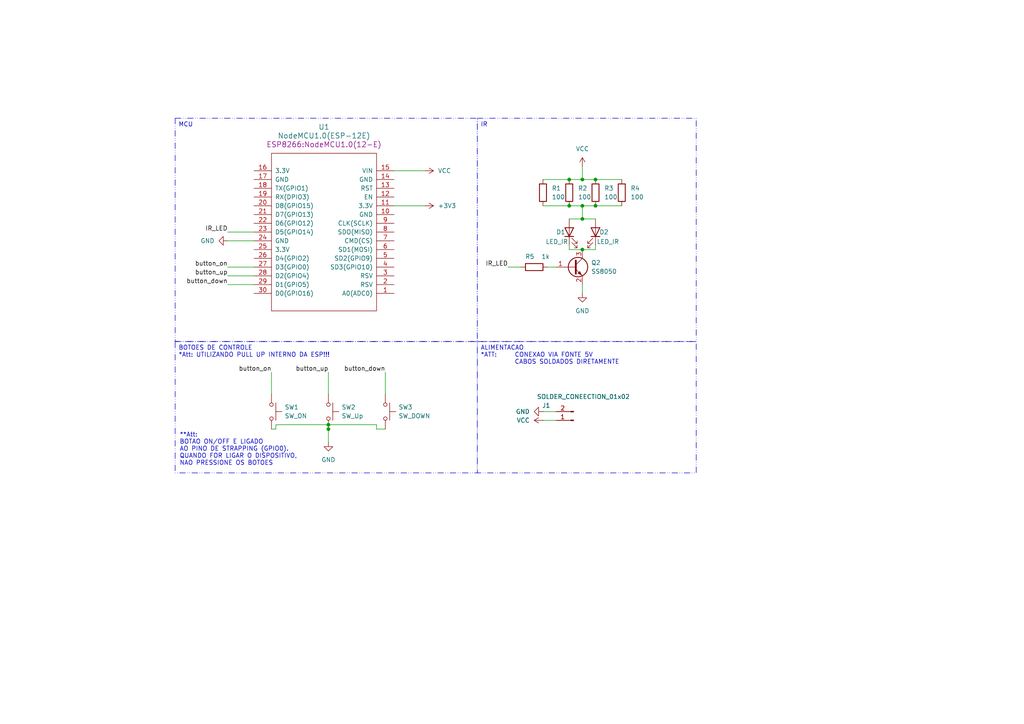
<source format=kicad_sch>
(kicad_sch (version 20250114) (generator "eeschema") (generator_version "9.0")
  (paper "A4")
  (lib_symbols
    (symbol "Connector:Conn_01x02_Pin" (pin_names (offset 1.016) (hide yes))
      (property "Reference" "J" (at 0 2.54 0))
      (property "Value" "Conn_01x02_Pin" (at 0 -5.08 0))
      (symbol "Conn_01x02_Pin_1_1"
        (rectangle (start 0.8636 0.127) (end 0 -0.127) (stroke (width 0.1524)) (fill (type outline)))
        (rectangle (start 0.8636 -2.413) (end 0 -2.667) (stroke (width 0.1524)) (fill (type outline)))
        (polyline (pts (xy 1.27 0) (xy 0.8636 0)) (stroke (width 0.1524)))
        (polyline (pts (xy 1.27 -2.54) (xy 0.8636 -2.54)) (stroke (width 0.1524)))
        (pin passive line (at 5.08 0 180) (length 3.81) (name "Pin_1") (number "1"))
        (pin passive line (at 5.08 -2.54 180) (length 3.81) (name "Pin_2") (number "2"))
      )
    )
    (symbol "Device:LED" (pin_numbers (hide yes)) (pin_names (offset 1.016) (hide yes))
      (property "Reference" "D" (at 0 2.54 0))
      (property "Value" "LED" (at 0 -2.54 0))
      (symbol "LED_0_1"
        (polyline (pts (xy -3.048 -0.762) (xy -4.572 -2.286) (xy -3.81 -2.286) (xy -4.572 -2.286) (xy -4.572 -1.524)))
        (polyline (pts (xy -1.778 -0.762) (xy -3.302 -2.286) (xy -2.54 -2.286) (xy -3.302 -2.286) (xy -3.302 -1.524)))
        (polyline (pts (xy -1.27 0) (xy 1.27 0)))
        (polyline (pts (xy -1.27 -1.27) (xy -1.27 1.27)) (stroke (width 0.254)))
        (polyline (pts (xy 1.27 -1.27) (xy 1.27 1.27) (xy -1.27 0) (xy 1.27 -1.27)) (stroke (width 0.254)))
      )
      (symbol "LED_1_1"
        (pin passive line (at -3.81 0 0) (length 2.54) (name "K") (number "1"))
        (pin passive line (at 3.81 0 180) (length 2.54) (name "A") (number "2"))
      )
    )
    (symbol "Device:R" (pin_numbers (hide yes)) (pin_names (offset 0))
      (property "Reference" "R" (at 2.032 0 90))
      (property "Value" "R" (at 0 0 90))
      (symbol "R_0_1"
        (rectangle (start -1.016 -2.54) (end 1.016 2.54) (stroke (width 0.254)))
      )
      (symbol "R_1_1"
        (pin passive line (at 0 3.81 270) (length 1.27) (name "~") (number "1"))
        (pin passive line (at 0 -3.81 90) (length 1.27) (name "~") (number "2"))
      )
    )
    (symbol "ESP8266:NodeMCU1.0(ESP-12E)" (pin_names (offset 1.016))
      (property "Reference" "U" (at 0 21.59 0))
      (property "Value" "NodeMCU1.0(ESP-12E)" (at 0 -21.59 0))
      (symbol "NodeMCU1.0(ESP-12E)_0_1"
        (rectangle (start -15.24 -22.86) (end 15.24 22.86))
      )
      (symbol "NodeMCU1.0(ESP-12E)_1_1"
        (pin input line (at -20.32 17.78 0) (length 5.08) (name "A0(ADC0)") (number "1"))
        (pin input line (at -20.32 15.24 0) (length 5.08) (name "RSV") (number "2"))
        (pin input line (at -20.32 12.7 0) (length 5.08) (name "RSV") (number "3"))
        (pin input line (at -20.32 10.16 0) (length 5.08) (name "SD3(GPIO10)") (number "4"))
        (pin input line (at -20.32 7.62 0) (length 5.08) (name "SD2(GPIO9)") (number "5"))
        (pin input line (at -20.32 5.08 0) (length 5.08) (name "SD1(MOSI)") (number "6"))
        (pin input line (at -20.32 2.54 0) (length 5.08) (name "CMD(CS)") (number "7"))
        (pin input line (at -20.32 0 0) (length 5.08) (name "SDO(MISO)") (number "8"))
        (pin input line (at -20.32 -2.54 0) (length 5.08) (name "CLK(SCLK)") (number "9"))
        (pin input line (at -20.32 -5.08 0) (length 5.08) (name "GND") (number "10"))
        (pin input line (at -20.32 -7.62 0) (length 5.08) (name "3.3V") (number "11"))
        (pin input line (at -20.32 -10.16 0) (length 5.08) (name "EN") (number "12"))
        (pin input line (at -20.32 -12.7 0) (length 5.08) (name "RST") (number "13"))
        (pin input line (at -20.32 -15.24 0) (length 5.08) (name "GND") (number "14"))
        (pin input line (at -20.32 -17.78 0) (length 5.08) (name "VIN") (number "15"))
        (pin input line (at 20.32 17.78 180) (length 5.08) (name "D0(GPIO16)") (number "30"))
        (pin input line (at 20.32 15.24 180) (length 5.08) (name "D1(GPIO5)") (number "29"))
        (pin input line (at 20.32 12.7 180) (length 5.08) (name "D2(GPIO4)") (number "28"))
        (pin input line (at 20.32 10.16 180) (length 5.08) (name "D3(GPIO0)") (number "27"))
        (pin input line (at 20.32 7.62 180) (length 5.08) (name "D4(GPIO2)") (number "26"))
        (pin input line (at 20.32 5.08 180) (length 5.08) (name "3.3V") (number "25"))
        (pin input line (at 20.32 2.54 180) (length 5.08) (name "GND") (number "24"))
        (pin input line (at 20.32 0 180) (length 5.08) (name "D5(GPIO14)") (number "23"))
        (pin input line (at 20.32 -2.54 180) (length 5.08) (name "D6(GPIO12)") (number "22"))
        (pin input line (at 20.32 -5.08 180) (length 5.08) (name "D7(GPIO13)") (number "21"))
        (pin input line (at 20.32 -7.62 180) (length 5.08) (name "D8(GPIO15)") (number "20"))
        (pin input line (at 20.32 -10.16 180) (length 5.08) (name "RX(DPIO3)") (number "19"))
        (pin input line (at 20.32 -12.7 180) (length 5.08) (name "TX(GPIO1)") (number "18"))
        (pin input line (at 20.32 -15.24 180) (length 5.08) (name "GND") (number "17"))
        (pin input line (at 20.32 -17.78 180) (length 5.08) (name "3.3V") (number "16"))
      )
    )
    (symbol "Switch:SW_Push" (pin_numbers (hide yes)) (pin_names (offset 1.016) (hide yes))
      (property "Reference" "SW" (at 1.27 2.54 0))
      (property "Value" "SW_Push" (at 0 -1.524 0))
      (symbol "SW_Push_0_1"
        (circle (center -2.032 0) (radius 0.508))
        (polyline (pts (xy 0 1.27) (xy 0 3.048)))
        (circle (center 2.032 0) (radius 0.508))
        (polyline (pts (xy 2.54 1.27) (xy -2.54 1.27)))
        (pin passive line (at -5.08 0 0) (length 2.54) (name "1") (number "1"))
        (pin passive line (at 5.08 0 180) (length 2.54) (name "2") (number "2"))
      )
    )
    (symbol "Transistor_BJT:SS8050" (pin_names (offset 0) (hide yes))
      (property "Reference" "Q" (at 5.08 1.905 0))
      (property "Value" "SS8050" (at 5.08 0 0))
      (symbol "SS8050_0_1"
        (polyline (pts (xy -2.54 0) (xy 0.635 0)))
        (polyline (pts (xy 0.635 1.905) (xy 0.635 -1.905)) (stroke (width 0.508)))
        (circle (center 1.27 0) (radius 2.8194) (stroke (width 0.254)))
      )
      (symbol "SS8050_1_1"
        (polyline (pts (xy 0.635 0.635) (xy 2.54 2.54)))
        (polyline (pts (xy 0.635 -0.635) (xy 2.54 -2.54)))
        (polyline (pts (xy 1.27 -1.778) (xy 1.778 -1.27) (xy 2.286 -2.286) (xy 1.27 -1.778)) (fill (type outline)))
        (pin input line (at -5.08 0 0) (length 2.54) (name "B") (number "1"))
        (pin passive line (at 2.54 5.08 270) (length 2.54) (name "C") (number "3"))
        (pin passive line (at 2.54 -5.08 90) (length 2.54) (name "E") (number "2"))
      )
    )
    (symbol "power:+3V3" (power) (pin_numbers (hide yes)) (pin_names (offset 0) (hide yes))
      (property "Value" "+3V3" (at 0 3.556 0))
      (symbol "+3V3_0_1"
        (polyline (pts (xy -0.762 1.27) (xy 0 2.54)))
        (polyline (pts (xy 0 2.54) (xy 0.762 1.27)))
        (polyline (pts (xy 0 0) (xy 0 2.54)))
      )
      (symbol "+3V3_1_1"
        (pin power_in line (at 0 0 90) (length 0) (name "~") (number "1"))
      )
    )
    (symbol "power:GND" (power) (pin_numbers (hide yes)) (pin_names (offset 0) (hide yes))
      (property "Value" "GND" (at 0 -3.81 0))
      (symbol "GND_0_1"
        (polyline (pts (xy 0 0) (xy 0 -1.27) (xy 1.27 -1.27) (xy 0 -2.54) (xy -1.27 -1.27) (xy 0 -1.27)))
      )
      (symbol "GND_1_1"
        (pin power_in line (at 0 0 270) (length 0) (name "~") (number "1"))
      )
    )
    (symbol "power:VCC" (power) (pin_numbers (hide yes)) (pin_names (offset 0) (hide yes))
      (property "Value" "VCC" (at 0 3.556 0))
      (symbol "VCC_0_1"
        (polyline (pts (xy -0.762 1.27) (xy 0 2.54)))
        (polyline (pts (xy 0 2.54) (xy 0.762 1.27)))
        (polyline (pts (xy 0 0) (xy 0 2.54)))
      )
      (symbol "VCC_1_1"
        (pin power_in line (at 0 0 90) (length 0) (name "~") (number "1"))
      )
    )
  )
  (text "**Att: 	\nBOTAO ON/OFF E LIGADO \nAO PINO DE STRAPPING (GPIO0).\nQUANDO FOR LIGAR O DISPOSITIVO, \nNAO PRESSIONE OS BOTOES" (at 52.07 130.302 0) (effects (font (size 1.27 1.27)) (justify left)))
  (text_box "IR" (at 138.43 34.29 0) (size 63.5 64.77) (margins 0.9525 0.9525 0.9525 0.9525) (stroke (width 0) (type dash_dot_dot)) (effects (font (size 1.27 1.27)) (justify left top)))
  (text_box "MCU" (at 50.8 34.29 0) (size 87.63 64.77) (margins 0.9525 0.9525 0.9525 0.9525) (stroke (width 0) (type dash_dot_dot)) (effects (font (size 1.27 1.27)) (justify left top)))
  (text_box "ALIMENTACAO\n*ATT: 	CONEXAO VIA FONTE 5V\n		CABOS SOLDADOS DIRETAMENTE" (at 138.43 99.06 0) (size 63.5 38.1) (margins 0.9525 0.9525 0.9525 0.9525) (stroke (width 0) (type dash_dot_dot)) (effects (font (size 1.27 1.27)) (justify left top)))
  (text_box "BOTOES DE CONTROLE\n*Att: UTILIZANDO PULL UP INTERNO DA ESP!!!\n" (at 50.8 99.06 0) (size 87.63 38.1) (margins 0.9525 0.9525 0.9525 0.9525) (stroke (width 0) (type dash_dot_dot)) (effects (font (size 1.27 1.27)) (justify left top)))
  (junction (at 165.1 59.69))
  (junction (at 168.91 72.39))
  (junction (at 95.25 124.46))
  (junction (at 165.1 52.07))
  (junction (at 168.91 63.5))
  (junction (at 95.25 123.19))
  (junction (at 172.72 52.07))
  (junction (at 168.91 59.69))
  (junction (at 172.72 59.69))
  (junction (at 168.91 52.07))
  (wire (pts (xy 168.91 59.69) (xy 172.72 59.69)))
  (wire (pts (xy 168.91 48.26) (xy 168.91 52.07)))
  (wire (pts (xy 165.1 71.12) (xy 165.1 72.39)))
  (wire (pts (xy 80.01 123.19) (xy 95.25 123.19)))
  (wire (pts (xy 165.1 72.39) (xy 168.91 72.39)))
  (wire (pts (xy 109.22 123.19) (xy 95.25 123.19)))
  (wire (pts (xy 109.22 124.46) (xy 111.76 124.46)))
  (wire (pts (xy 111.76 107.95) (xy 111.76 114.3)))
  (wire (pts (xy 80.01 124.46) (xy 80.01 123.19)))
  (wire (pts (xy 114.3 59.69) (xy 123.19 59.69)))
  (wire (pts (xy 157.48 52.07) (xy 165.1 52.07)))
  (wire (pts (xy 78.74 107.95) (xy 78.74 114.3)))
  (wire (pts (xy 114.3 49.53) (xy 123.19 49.53)))
  (wire (pts (xy 109.22 124.46) (xy 109.22 123.19)))
  (wire (pts (xy 165.1 63.5) (xy 168.91 63.5)))
  (wire (pts (xy 95.25 124.46) (xy 95.25 128.27)))
  (wire (pts (xy 168.91 52.07) (xy 172.72 52.07)))
  (wire (pts (xy 147.32 77.47) (xy 151.13 77.47)))
  (wire (pts (xy 172.72 52.07) (xy 180.34 52.07)))
  (wire (pts (xy 66.04 82.55) (xy 73.66 82.55)))
  (wire (pts (xy 95.25 107.95) (xy 95.25 114.3)))
  (wire (pts (xy 95.25 123.19) (xy 95.25 124.46)))
  (wire (pts (xy 165.1 52.07) (xy 168.91 52.07)))
  (wire (pts (xy 66.04 77.47) (xy 73.66 77.47)))
  (wire (pts (xy 157.48 119.38) (xy 161.29 119.38)))
  (wire (pts (xy 158.75 77.47) (xy 161.29 77.47)))
  (wire (pts (xy 168.91 82.55) (xy 168.91 85.09)))
  (wire (pts (xy 157.48 121.92) (xy 161.29 121.92)))
  (wire (pts (xy 157.48 59.69) (xy 165.1 59.69)))
  (wire (pts (xy 168.91 59.69) (xy 168.91 63.5)))
  (wire (pts (xy 66.04 69.85) (xy 73.66 69.85)))
  (wire (pts (xy 168.91 72.39) (xy 172.72 72.39)))
  (wire (pts (xy 168.91 63.5) (xy 172.72 63.5)))
  (wire (pts (xy 165.1 59.69) (xy 168.91 59.69)))
  (wire (pts (xy 78.74 124.46) (xy 80.01 124.46)))
  (wire (pts (xy 66.04 67.31) (xy 73.66 67.31)))
  (wire (pts (xy 66.04 80.01) (xy 73.66 80.01)))
  (wire (pts (xy 172.72 71.12) (xy 172.72 72.39)))
  (wire (pts (xy 172.72 59.69) (xy 180.34 59.69)))
  (label "IR_LED" (at 147.32 77.47 180))
  (label "button_down" (at 66.04 82.55 180))
  (label "button_on" (at 78.74 107.95 180))
  (label "button_up" (at 66.04 80.01 180))
  (label "button_down" (at 111.76 107.95 180))
  (label "button_up" (at 95.25 107.95 180))
  (label "IR_LED" (at 66.04 67.31 180))
  (label "button_on" (at 66.04 77.47 180))
  (symbol (lib_id "power:+3V3") (at 123.19 59.69 270) (unit 1)
    (property "Reference" "#PWR03" (effects (hide yes)))
    (property "Value" "+3V3" (at 127 59.6899 90) (effects (justify left)))
    (property "Description" "Power symbol creates a global label with name \"+3V3\"" (effects (hide yes)))
  )
  (symbol (lib_id "Device:R") (at 157.48 55.88 0) (unit 1)
    (property "Reference" "R1" (at 160.02 54.6099 0) (effects (justify left)))
    (property "Value" "100" (at 160.02 57.1499 0) (effects (justify left)))
    (property "Footprint" "Resistor_SMD:R_0805_2012Metric_Pad1.20x1.40mm_HandSolder" (effects (hide yes)))
    (property "Description" "Resistor" (effects (hide yes)))
  )
  (symbol (lib_id "power:GND") (at 66.04 69.85 270) (unit 1)
    (property "Reference" "#PWR02" (effects (hide yes)))
    (property "Value" "GND" (at 62.23 69.8499 90) (effects (justify right)))
    (property "Description" "Power symbol creates a global label with name \"GND\" , ground" (effects (hide yes)))
  )
  (symbol (lib_id "power:GND") (at 168.91 85.09 0) (unit 1)
    (property "Reference" "#PWR05" (effects (hide yes)))
    (property "Value" "GND" (at 168.91 90.17 0))
    (property "Description" "Power symbol creates a global label with name \"GND\" , ground" (effects (hide yes)))
  )
  (symbol (lib_id "Switch:SW_Push") (at 95.25 119.38 270) (unit 1)
    (property "Reference" "SW2" (at 99.06 118.1099 90) (effects (justify left)))
    (property "Value" "SW_Up" (at 99.06 120.6499 90) (effects (justify left)))
    (property "Footprint" "Library:my_push_button" (effects (hide yes)))
    (property "Description" "Push button switch, generic, two pins" (effects (hide yes)))
  )
  (symbol (lib_id "power:GND") (at 95.25 128.27 0) (unit 1)
    (property "Reference" "#PWR04" (effects (hide yes)))
    (property "Value" "GND" (at 95.25 133.35 0))
    (property "Description" "Power symbol creates a global label with name \"GND\" , ground" (effects (hide yes)))
  )
  (symbol (lib_id "Switch:SW_Push") (at 78.74 119.38 270) (unit 1)
    (property "Reference" "SW1" (at 82.55 118.1099 90) (effects (justify left)))
    (property "Value" "SW_ON" (at 82.55 120.6499 90) (effects (justify left)))
    (property "Footprint" "Library:my_push_button" (effects (hide yes)))
    (property "Description" "Push button switch, generic, two pins" (effects (hide yes)))
  )
  (symbol (lib_id "power:GND") (at 157.48 119.38 270) (unit 1)
    (property "Reference" "#PWR08" (effects (hide yes)))
    (property "Value" "GND" (at 153.67 119.3799 90) (effects (justify right)))
    (property "Description" "Power symbol creates a global label with name \"GND\" , ground" (effects (hide yes)))
  )
  (symbol (lib_id "power:VCC") (at 168.91 48.26 0) (unit 1)
    (property "Reference" "#PWR06" (effects (hide yes)))
    (property "Value" "VCC" (at 168.91 43.18 0))
    (property "Description" "Power symbol creates a global label with name \"VCC\"" (effects (hide yes)))
  )
  (symbol (lib_id "Device:R") (at 154.94 77.47 90) (unit 1)
    (property "Reference" "R5" (at 153.67 74.422 90))
    (property "Value" "1k" (at 158.242 74.422 90))
    (property "Footprint" "Resistor_SMD:R_0805_2012Metric_Pad1.20x1.40mm_HandSolder" (effects (hide yes)))
    (property "Description" "Resistor" (effects (hide yes)))
  )
  (symbol (lib_id "Device:LED") (at 165.1 67.31 90) (unit 1)
    (property "Reference" "D1" (at 161.29 67.31 90) (effects (justify right)))
    (property "Value" "LED_IR" (at 158.242 70.104 90) (effects (justify right)))
    (property "Footprint" "LED_THT:LED_D5.0mm_Horizontal_O3.81mm_Z9.0mm" (effects (hide yes)))
    (property "Description" "Light emitting diode" (effects (hide yes)))
    (property "Sim.Pins" "1=K 2=A" (effects (hide yes)))
  )
  (symbol (lib_id "ESP8266:NodeMCU1.0(ESP-12E)") (at 93.98 67.31 180) (unit 1)
    (property "Reference" "U1" (at 93.98 36.83 0) (effects (font (size 1.524 1.524))))
    (property "Value" "NodeMCU1.0(ESP-12E)" (at 93.98 39.37 0) (effects (font (size 1.524 1.524))))
    (property "Footprint" "ESP8266:NodeMCU1.0(12-E)" (at 93.98 41.91 0) (effects (font (size 1.524 1.524))))
  )
  (symbol (lib_id "Device:R") (at 165.1 55.88 0) (unit 1)
    (property "Reference" "R2" (at 167.64 54.6099 0) (effects (justify left)))
    (property "Value" "100" (at 167.64 57.1499 0) (effects (justify left)))
    (property "Footprint" "Resistor_SMD:R_0805_2012Metric_Pad1.20x1.40mm_HandSolder" (effects (hide yes)))
    (property "Description" "Resistor" (effects (hide yes)))
  )
  (symbol (lib_id "power:VCC") (at 157.48 121.92 90) (unit 1)
    (property "Reference" "#PWR07" (effects (hide yes)))
    (property "Value" "VCC" (at 153.67 121.9199 90) (effects (justify left)))
    (property "Description" "Power symbol creates a global label with name \"VCC\"" (effects (hide yes)))
  )
  (symbol (lib_id "Device:LED") (at 172.72 67.31 270) (mirror x) (unit 1)
    (property "Reference" "D2" (at 176.53 67.31 90) (effects (justify right)))
    (property "Value" "LED_IR" (at 179.578 70.104 90) (effects (justify right)))
    (property "Footprint" "LED_THT:LED_D5.0mm_Horizontal_O3.81mm_Z9.0mm" (effects (hide yes)))
    (property "Description" "Light emitting diode" (effects (hide yes)))
    (property "Sim.Pins" "1=K 2=A" (effects (hide yes)))
  )
  (symbol (lib_id "Transistor_BJT:SS8050") (at 166.37 77.47 0) (unit 1)
    (property "Reference" "Q2" (at 171.45 76.1999 0) (effects (justify left)))
    (property "Value" "SS8050" (at 171.45 78.7399 0) (effects (justify left)))
    (property "Footprint" "Package_TO_SOT_SMD:SOT-23" (effects (hide yes)))
    (property "Datasheet" "http://www.secosgmbh.com/datasheet/products/SSMPTransistor/SOT-23/SS8050.pdf" (effects (hide yes)))
    (property "Description" "General Purpose NPN Transistor, 1.5A Ic, 25V Vce, SOT-23" (effects (hide yes)))
  )
  (symbol (lib_id "Switch:SW_Push") (at 111.76 119.38 270) (unit 1)
    (property "Reference" "SW3" (at 115.57 118.1099 90) (effects (justify left)))
    (property "Value" "SW_DOWN" (at 115.57 120.6499 90) (effects (justify left)))
    (property "Footprint" "Library:my_push_button" (effects (hide yes)))
    (property "Description" "Push button switch, generic, two pins" (effects (hide yes)))
  )
  (symbol (lib_id "Device:R") (at 180.34 55.88 0) (unit 1)
    (property "Reference" "R4" (at 182.88 54.6099 0) (effects (justify left)))
    (property "Value" "100" (at 182.88 57.1499 0) (effects (justify left)))
    (property "Footprint" "Resistor_SMD:R_0805_2012Metric_Pad1.20x1.40mm_HandSolder" (effects (hide yes)))
    (property "Description" "Resistor" (effects (hide yes)))
  )
  (symbol (lib_id "Connector:Conn_01x02_Pin") (at 166.37 121.92 180) (unit 1)
    (property "Reference" "J1" (at 157.226 117.602 0) (effects (justify right)))
    (property "Value" "SOLDER_CONEECTION_01x02" (at 155.702 115.062 0) (effects (justify right)))
    (property "Description" "Generic connector, single row, 01x02, script generated" (effects (hide yes)))
  )
  (symbol (lib_id "power:VCC") (at 123.19 49.53 270) (unit 1)
    (property "Reference" "#PWR01" (effects (hide yes)))
    (property "Value" "VCC" (at 127 49.5299 90) (effects (justify left)))
    (property "Description" "Power symbol creates a global label with name \"VCC\"" (effects (hide yes)))
  )
  (symbol (lib_id "Device:R") (at 172.72 55.88 0) (unit 1)
    (property "Reference" "R3" (at 175.26 54.6099 0) (effects (justify left)))
    (property "Value" "100" (at 175.26 57.1499 0) (effects (justify left)))
    (property "Footprint" "Resistor_SMD:R_0805_2012Metric_Pad1.20x1.40mm_HandSolder" (effects (hide yes)))
    (property "Description" "Resistor" (effects (hide yes)))
  )
)
</source>
